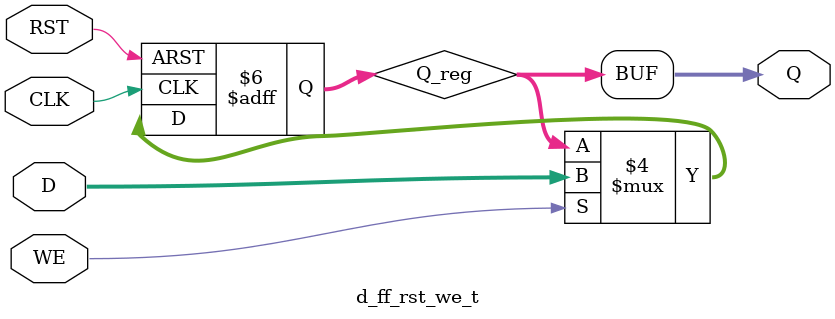
<source format=v>
/**
 *  Codasip s.r.o.
 * 
 *  CONFIDENTIAL
 * 
 *  Copyright 2024 Codasip s.r.o.
 * 
 *  All Rights Reserved.
 *  This file is part of the Codasip Studio product. No part of the Studio product, including this
 *  file, may be use, copied, modified, or distributed except in accordance with the terms contained
 *  in Codasip license agreement under which you obtained this file.
 * 
 *  \file
 *  \date    2024-04-23
 *  \author  Codasip (c) HW generator
 *  \version 9.4.2
 *  \brief   Contains definition of generic register with synchronous write, configurable reset and with write enable signal.
 */

module d_ff_rst_we_t #(
    parameter integer BIT_WIDTH = 32'sd8,
    parameter [BIT_WIDTH-1:0] DEFAULT_VALUE = {BIT_WIDTH{1'b0}},
    parameter [0:0] RESET_LEVEL = 1'b0,
    parameter [0:0] RESET_SYNC = 1'b0
) (
    input  wire CLK,
    input  wire RST,
    input  wire WE,
    input  wire [(BIT_WIDTH)-1:0] D,
    output wire [(BIT_WIDTH)-1:0] Q
);
    // local register holding the stored value
    reg [BIT_WIDTH-1:0] Q_reg;

    generate
        if ( RESET_SYNC ) begin : SYNC
            always @( posedge CLK ) begin
                if ( RST == RESET_LEVEL ) begin
                    Q_reg <= DEFAULT_VALUE;
                end else if ( WE == 1'b1 ) begin
                    Q_reg <= D;
                end
            end
        end else if ( RESET_LEVEL ) begin : ASYNC_HIGH
            always @( posedge CLK or posedge RST ) begin
                if ( RST == 1'b1 ) begin
                    Q_reg <= DEFAULT_VALUE;
                end else if ( WE == 1'b1 ) begin
                    Q_reg <= D;
                end
            end
        end else begin : ASYNC_LOW
            always @( posedge CLK or negedge RST ) begin
                if ( RST == 1'b0 ) begin
                    Q_reg <= DEFAULT_VALUE;
                end else if ( WE == 1'b1 ) begin
                    Q_reg <= D;
                end
            end
        end
    endgenerate

    assign Q = Q_reg;
endmodule // d_ff_rst_we_t

</source>
